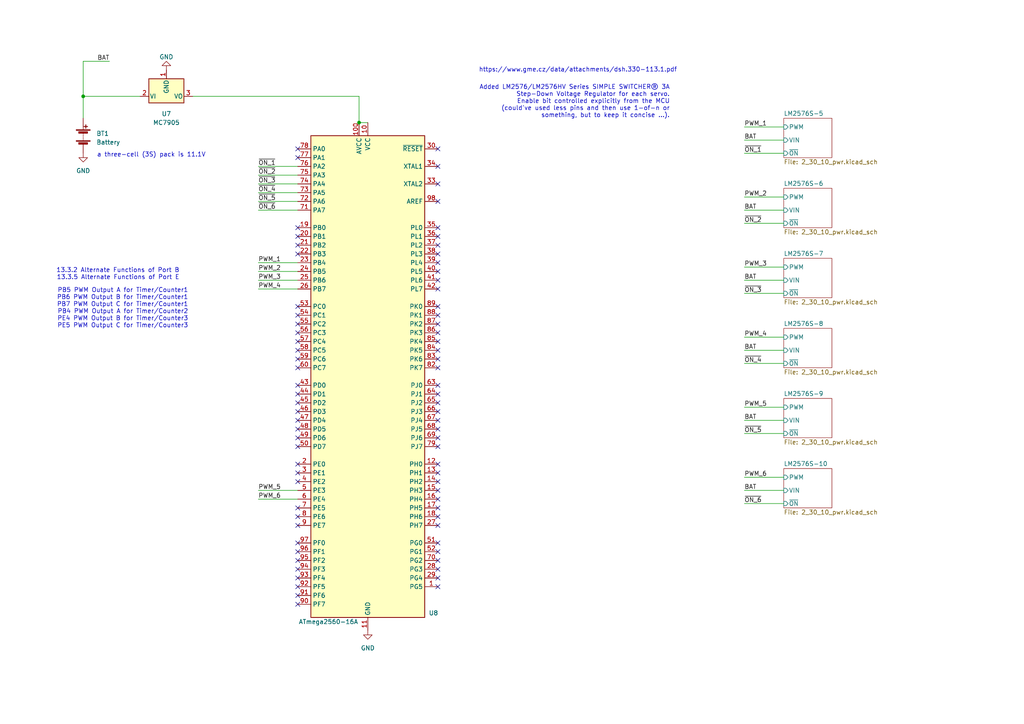
<source format=kicad_sch>
(kicad_sch (version 20210126) (generator eeschema)
  (paper "A4")
  (title_block (title "High Power Consumption 10"))
  (lib_symbols
    (symbol "Device:Battery" (pin_numbers hide) (pin_names (offset 0) hide)
      (property "Reference" "BT" (at 2.54 2.54 0))
      (property "Value" "Battery" (at 2.54 0 0))
      (symbol "Battery_0_1"
        (rectangle (start -2.032 -1.397) (end 2.032 -1.651) (fill (type outline)))
        (rectangle (start -2.032 1.778) (end 2.032 1.524) (fill (type outline)))
        (rectangle (start -1.3208 -1.9812) (end 1.27 -2.4892) (fill (type outline)))
        (rectangle (start -1.3208 1.1938) (end 1.27 0.6858) (fill (type outline)))
        (polyline (pts (xy 0 -1.524) (xy 0 -1.27)))
        (polyline (pts (xy 0 -1.016) (xy 0 -0.762)))
        (polyline (pts (xy 0 -0.508) (xy 0 -0.254)))
        (polyline (pts (xy 0 0) (xy 0 0.254)))
        (polyline (pts (xy 0 0.508) (xy 0 0.762)))
        (polyline (pts (xy 0 1.778) (xy 0 2.54)))
        (polyline (pts (xy 0.254 2.667) (xy 1.27 2.667)) (stroke (width 0.254)))
        (polyline (pts (xy 0.762 3.175) (xy 0.762 2.159)) (stroke (width 0.254)))
      )
      (symbol "Battery_1_1"
        (pin passive line (at 0 5.08 270) (length 2.54) (name "+") (number "1"))
        (pin passive line (at 0 -5.08 90) (length 2.54) (name "-") (number "2"))
      )
    )
    (symbol "MCU_Microchip_ATmega:ATmega2560-16A"
      (property "Reference" "U" (at 0 1.27 0))
      (property "Value" "ATmega2560-16A" (at 0 -1.27 0))
      (symbol "ATmega2560-16A_0_1"
        (rectangle (start -16.51 -69.85) (end 16.51 69.85) (stroke (width 0.254)) (fill (type background)))
      )
      (symbol "ATmega2560-16A_1_1"
        (pin bidirectional line (at -20.32 -60.96 0) (length 3.81) (name "PG5") (number "1"))
        (pin power_in line (at 0 73.66 270) (length 3.81) (name "VCC") (number "10"))
        (pin power_in line (at 2.54 73.66 270) (length 3.81) (name "AVCC") (number "100"))
        (pin power_in line (at 0 -73.66 90) (length 3.81) (name "GND") (number "11"))
        (pin bidirectional line (at -20.32 -25.4 0) (length 3.81) (name "PH0") (number "12"))
        (pin bidirectional line (at -20.32 -27.94 0) (length 3.81) (name "PH1") (number "13"))
        (pin bidirectional line (at -20.32 -30.48 0) (length 3.81) (name "PH2") (number "14"))
        (pin bidirectional line (at -20.32 -33.02 0) (length 3.81) (name "PH3") (number "15"))
        (pin bidirectional line (at -20.32 -35.56 0) (length 3.81) (name "PH4") (number "16"))
        (pin bidirectional line (at -20.32 -38.1 0) (length 3.81) (name "PH5") (number "17"))
        (pin bidirectional line (at -20.32 -40.64 0) (length 3.81) (name "PH6") (number "18"))
        (pin bidirectional line (at 20.32 43.18 180) (length 3.81) (name "PB0") (number "19"))
        (pin bidirectional line (at 20.32 -25.4 180) (length 3.81) (name "PE0") (number "2"))
        (pin bidirectional line (at 20.32 40.64 180) (length 3.81) (name "PB1") (number "20"))
        (pin bidirectional line (at 20.32 38.1 180) (length 3.81) (name "PB2") (number "21"))
        (pin bidirectional line (at 20.32 35.56 180) (length 3.81) (name "PB3") (number "22"))
        (pin bidirectional line (at 20.32 33.02 180) (length 3.81) (name "PB4") (number "23"))
        (pin bidirectional line (at 20.32 30.48 180) (length 3.81) (name "PB5") (number "24"))
        (pin bidirectional line (at 20.32 27.94 180) (length 3.81) (name "PB6") (number "25"))
        (pin bidirectional line (at 20.32 25.4 180) (length 3.81) (name "PB7") (number "26"))
        (pin bidirectional line (at -20.32 -43.18 0) (length 3.81) (name "PH7") (number "27"))
        (pin bidirectional line (at -20.32 -55.88 0) (length 3.81) (name "PG3") (number "28"))
        (pin bidirectional line (at -20.32 -58.42 0) (length 3.81) (name "PG4") (number "29"))
        (pin bidirectional line (at 20.32 -27.94 180) (length 3.81) (name "PE1") (number "3"))
        (pin input line (at -20.32 66.04 0) (length 3.81) (name "~RESET") (number "30"))
        (pin passive line (at 0 73.66 270) (length 3.81) hide (name "VCC") (number "31"))
        (pin passive line (at 0 -73.66 90) (length 3.81) hide (name "GND") (number "32"))
        (pin output line (at -20.32 55.88 0) (length 3.81) (name "XTAL2") (number "33"))
        (pin input line (at -20.32 60.96 0) (length 3.81) (name "XTAL1") (number "34"))
        (pin bidirectional line (at -20.32 43.18 0) (length 3.81) (name "PL0") (number "35"))
        (pin bidirectional line (at -20.32 40.64 0) (length 3.81) (name "PL1") (number "36"))
        (pin bidirectional line (at -20.32 38.1 0) (length 3.81) (name "PL2") (number "37"))
        (pin bidirectional line (at -20.32 35.56 0) (length 3.81) (name "PL3") (number "38"))
        (pin bidirectional line (at -20.32 33.02 0) (length 3.81) (name "PL4") (number "39"))
        (pin bidirectional line (at 20.32 -30.48 180) (length 3.81) (name "PE2") (number "4"))
        (pin bidirectional line (at -20.32 30.48 0) (length 3.81) (name "PL5") (number "40"))
        (pin bidirectional line (at -20.32 27.94 0) (length 3.81) (name "PL6") (number "41"))
        (pin bidirectional line (at -20.32 25.4 0) (length 3.81) (name "PL7") (number "42"))
        (pin bidirectional line (at 20.32 -2.54 180) (length 3.81) (name "PD0") (number "43"))
        (pin bidirectional line (at 20.32 -5.08 180) (length 3.81) (name "PD1") (number "44"))
        (pin bidirectional line (at 20.32 -7.62 180) (length 3.81) (name "PD2") (number "45"))
        (pin bidirectional line (at 20.32 -10.16 180) (length 3.81) (name "PD3") (number "46"))
        (pin bidirectional line (at 20.32 -12.7 180) (length 3.81) (name "PD4") (number "47"))
        (pin bidirectional line (at 20.32 -15.24 180) (length 3.81) (name "PD5") (number "48"))
        (pin bidirectional line (at 20.32 -17.78 180) (length 3.81) (name "PD6") (number "49"))
        (pin bidirectional line (at 20.32 -33.02 180) (length 3.81) (name "PE3") (number "5"))
        (pin bidirectional line (at 20.32 -20.32 180) (length 3.81) (name "PD7") (number "50"))
        (pin bidirectional line (at -20.32 -48.26 0) (length 3.81) (name "PG0") (number "51"))
        (pin bidirectional line (at -20.32 -50.8 0) (length 3.81) (name "PG1") (number "52"))
        (pin bidirectional line (at 20.32 20.32 180) (length 3.81) (name "PC0") (number "53"))
        (pin bidirectional line (at 20.32 17.78 180) (length 3.81) (name "PC1") (number "54"))
        (pin bidirectional line (at 20.32 15.24 180) (length 3.81) (name "PC2") (number "55"))
        (pin bidirectional line (at 20.32 12.7 180) (length 3.81) (name "PC3") (number "56"))
        (pin bidirectional line (at 20.32 10.16 180) (length 3.81) (name "PC4") (number "57"))
        (pin bidirectional line (at 20.32 7.62 180) (length 3.81) (name "PC5") (number "58"))
        (pin bidirectional line (at 20.32 5.08 180) (length 3.81) (name "PC6") (number "59"))
        (pin bidirectional line (at 20.32 -35.56 180) (length 3.81) (name "PE4") (number "6"))
        (pin bidirectional line (at 20.32 2.54 180) (length 3.81) (name "PC7") (number "60"))
        (pin passive line (at 0 73.66 270) (length 3.81) hide (name "VCC") (number "61"))
        (pin passive line (at 0 -73.66 90) (length 3.81) hide (name "GND") (number "62"))
        (pin bidirectional line (at -20.32 -2.54 0) (length 3.81) (name "PJ0") (number "63"))
        (pin bidirectional line (at -20.32 -5.08 0) (length 3.81) (name "PJ1") (number "64"))
        (pin bidirectional line (at -20.32 -7.62 0) (length 3.81) (name "PJ2") (number "65"))
        (pin bidirectional line (at -20.32 -10.16 0) (length 3.81) (name "PJ3") (number "66"))
        (pin bidirectional line (at -20.32 -12.7 0) (length 3.81) (name "PJ4") (number "67"))
        (pin bidirectional line (at -20.32 -15.24 0) (length 3.81) (name "PJ5") (number "68"))
        (pin bidirectional line (at -20.32 -17.78 0) (length 3.81) (name "PJ6") (number "69"))
        (pin bidirectional line (at 20.32 -38.1 180) (length 3.81) (name "PE5") (number "7"))
        (pin bidirectional line (at -20.32 -53.34 0) (length 3.81) (name "PG2") (number "70"))
        (pin bidirectional line (at 20.32 48.26 180) (length 3.81) (name "PA7") (number "71"))
        (pin bidirectional line (at 20.32 50.8 180) (length 3.81) (name "PA6") (number "72"))
        (pin bidirectional line (at 20.32 53.34 180) (length 3.81) (name "PA5") (number "73"))
        (pin bidirectional line (at 20.32 55.88 180) (length 3.81) (name "PA4") (number "74"))
        (pin bidirectional line (at 20.32 58.42 180) (length 3.81) (name "PA3") (number "75"))
        (pin bidirectional line (at 20.32 60.96 180) (length 3.81) (name "PA2") (number "76"))
        (pin bidirectional line (at 20.32 63.5 180) (length 3.81) (name "PA1") (number "77"))
        (pin bidirectional line (at 20.32 66.04 180) (length 3.81) (name "PA0") (number "78"))
        (pin bidirectional line (at -20.32 -20.32 0) (length 3.81) (name "PJ7") (number "79"))
        (pin bidirectional line (at 20.32 -40.64 180) (length 3.81) (name "PE6") (number "8"))
        (pin passive line (at 0 73.66 270) (length 3.81) hide (name "VCC") (number "80"))
        (pin passive line (at 0 -73.66 90) (length 3.81) hide (name "GND") (number "81"))
        (pin bidirectional line (at -20.32 2.54 0) (length 3.81) (name "PK7") (number "82"))
        (pin bidirectional line (at -20.32 5.08 0) (length 3.81) (name "PK6") (number "83"))
        (pin bidirectional line (at -20.32 7.62 0) (length 3.81) (name "PK5") (number "84"))
        (pin bidirectional line (at -20.32 10.16 0) (length 3.81) (name "PK4") (number "85"))
        (pin bidirectional line (at -20.32 12.7 0) (length 3.81) (name "PK3") (number "86"))
        (pin bidirectional line (at -20.32 15.24 0) (length 3.81) (name "PK2") (number "87"))
        (pin bidirectional line (at -20.32 17.78 0) (length 3.81) (name "PK1") (number "88"))
        (pin bidirectional line (at -20.32 20.32 0) (length 3.81) (name "PK0") (number "89"))
        (pin bidirectional line (at 20.32 -43.18 180) (length 3.81) (name "PE7") (number "9"))
        (pin bidirectional line (at 20.32 -66.04 180) (length 3.81) (name "PF7") (number "90"))
        (pin bidirectional line (at 20.32 -63.5 180) (length 3.81) (name "PF6") (number "91"))
        (pin bidirectional line (at 20.32 -60.96 180) (length 3.81) (name "PF5") (number "92"))
        (pin bidirectional line (at 20.32 -58.42 180) (length 3.81) (name "PF4") (number "93"))
        (pin bidirectional line (at 20.32 -55.88 180) (length 3.81) (name "PF3") (number "94"))
        (pin bidirectional line (at 20.32 -53.34 180) (length 3.81) (name "PF2") (number "95"))
        (pin bidirectional line (at 20.32 -50.8 180) (length 3.81) (name "PF1") (number "96"))
        (pin bidirectional line (at 20.32 -48.26 180) (length 3.81) (name "PF0") (number "97"))
        (pin passive line (at -20.32 50.8 0) (length 3.81) (name "AREF") (number "98"))
        (pin passive line (at 0 -73.66 90) (length 3.81) hide (name "GND") (number "99"))
      )
    )
    (symbol "Regulator_Linear:MC7905" (pin_names (offset 0.254))
      (property "Reference" "U" (at -3.81 -3.175 0))
      (property "Value" "MC7905" (at 0 -3.175 0))
      (symbol "MC7905_0_1"
        (rectangle (start -5.08 5.08) (end 5.08 -1.905) (stroke (width 0.254)) (fill (type background)))
      )
      (symbol "MC7905_1_1"
        (pin power_in line (at 0 7.62 270) (length 2.54) (name "GND") (number "1"))
        (pin power_in line (at -7.62 0 0) (length 2.54) (name "VI") (number "2"))
        (pin power_out line (at 7.62 0 180) (length 2.54) (name "VO") (number "3"))
      )
    )
    (symbol "power:GND" (power) (pin_names (offset 0))
      (property "Value" "GND" (at 0 -3.81 0))
      (symbol "GND_0_1"
        (polyline (pts (xy 0 0) (xy 0 -1.27) (xy 1.27 -1.27) (xy 0 -2.54) (xy -1.27 -1.27) (xy 0 -1.27)))
      )
      (symbol "GND_1_1"
        (pin power_in line (at 0 0 270) (length 0) hide (name "GND") (number "1"))
      )
    )
  )
  (junction (at 24.13 27.94) (diameter 0.9144))
  (junction (at 104.14 35.56) (diameter 0.9144))
  (no_connect (at 86.36 43.18))
  (no_connect (at 86.36 45.72))
  (no_connect (at 86.36 66.04))
  (no_connect (at 86.36 68.58))
  (no_connect (at 86.36 71.12))
  (no_connect (at 86.36 73.66))
  (no_connect (at 86.36 88.9))
  (no_connect (at 86.36 91.44))
  (no_connect (at 86.36 93.98))
  (no_connect (at 86.36 96.52))
  (no_connect (at 86.36 99.06))
  (no_connect (at 86.36 101.6))
  (no_connect (at 86.36 104.14))
  (no_connect (at 86.36 106.68))
  (no_connect (at 86.36 111.76))
  (no_connect (at 86.36 114.3))
  (no_connect (at 86.36 116.84))
  (no_connect (at 86.36 119.38))
  (no_connect (at 86.36 121.92))
  (no_connect (at 86.36 124.46))
  (no_connect (at 86.36 127))
  (no_connect (at 86.36 129.54))
  (no_connect (at 86.36 134.62))
  (no_connect (at 86.36 137.16))
  (no_connect (at 86.36 139.7))
  (no_connect (at 86.36 147.32))
  (no_connect (at 86.36 149.86))
  (no_connect (at 86.36 152.4))
  (no_connect (at 86.36 157.48))
  (no_connect (at 86.36 160.02))
  (no_connect (at 86.36 162.56))
  (no_connect (at 86.36 165.1))
  (no_connect (at 86.36 167.64))
  (no_connect (at 86.36 170.18))
  (no_connect (at 86.36 172.72))
  (no_connect (at 86.36 175.26))
  (no_connect (at 127 43.18))
  (no_connect (at 127 48.26))
  (no_connect (at 127 53.34))
  (no_connect (at 127 58.42))
  (no_connect (at 127 66.04))
  (no_connect (at 127 68.58))
  (no_connect (at 127 71.12))
  (no_connect (at 127 73.66))
  (no_connect (at 127 76.2))
  (no_connect (at 127 78.74))
  (no_connect (at 127 81.28))
  (no_connect (at 127 83.82))
  (no_connect (at 127 88.9))
  (no_connect (at 127 91.44))
  (no_connect (at 127 93.98))
  (no_connect (at 127 96.52))
  (no_connect (at 127 99.06))
  (no_connect (at 127 101.6))
  (no_connect (at 127 104.14))
  (no_connect (at 127 106.68))
  (no_connect (at 127 111.76))
  (no_connect (at 127 114.3))
  (no_connect (at 127 116.84))
  (no_connect (at 127 119.38))
  (no_connect (at 127 121.92))
  (no_connect (at 127 124.46))
  (no_connect (at 127 127))
  (no_connect (at 127 129.54))
  (no_connect (at 127 134.62))
  (no_connect (at 127 137.16))
  (no_connect (at 127 139.7))
  (no_connect (at 127 142.24))
  (no_connect (at 127 144.78))
  (no_connect (at 127 147.32))
  (no_connect (at 127 149.86))
  (no_connect (at 127 152.4))
  (no_connect (at 127 157.48))
  (no_connect (at 127 160.02))
  (no_connect (at 127 162.56))
  (no_connect (at 127 165.1))
  (no_connect (at 127 167.64))
  (no_connect (at 127 170.18))
  (wire (pts (xy 24.13 17.78) (xy 31.75 17.78)))
  (wire (pts (xy 24.13 27.94) (xy 24.13 17.78)))
  (wire (pts (xy 24.13 27.94) (xy 40.64 27.94)))
  (wire (pts (xy 24.13 34.29) (xy 24.13 27.94)))
  (wire (pts (xy 55.88 27.94) (xy 104.14 27.94)))
  (wire (pts (xy 74.93 48.26) (xy 86.36 48.26)))
  (wire (pts (xy 74.93 50.8) (xy 86.36 50.8)))
  (wire (pts (xy 74.93 53.34) (xy 86.36 53.34)))
  (wire (pts (xy 74.93 55.88) (xy 86.36 55.88)))
  (wire (pts (xy 74.93 58.42) (xy 86.36 58.42)))
  (wire (pts (xy 74.93 60.96) (xy 86.36 60.96)))
  (wire (pts (xy 74.93 76.2) (xy 86.36 76.2)))
  (wire (pts (xy 74.93 78.74) (xy 86.36 78.74)))
  (wire (pts (xy 74.93 81.28) (xy 86.36 81.28)))
  (wire (pts (xy 74.93 83.82) (xy 86.36 83.82)))
  (wire (pts (xy 74.93 142.24) (xy 86.36 142.24)))
  (wire (pts (xy 74.93 144.78) (xy 86.36 144.78)))
  (wire (pts (xy 104.14 27.94) (xy 104.14 35.56)))
  (wire (pts (xy 104.14 35.56) (xy 106.68 35.56)))
  (wire (pts (xy 215.9 36.83) (xy 227.33 36.83)))
  (wire (pts (xy 215.9 44.45) (xy 227.33 44.45)))
  (wire (pts (xy 215.9 57.15) (xy 227.33 57.15)))
  (wire (pts (xy 215.9 64.77) (xy 227.33 64.77)))
  (wire (pts (xy 215.9 77.47) (xy 227.33 77.47)))
  (wire (pts (xy 215.9 85.09) (xy 227.33 85.09)))
  (wire (pts (xy 215.9 97.79) (xy 227.33 97.79)))
  (wire (pts (xy 215.9 105.41) (xy 227.33 105.41)))
  (wire (pts (xy 215.9 118.11) (xy 227.33 118.11)))
  (wire (pts (xy 215.9 125.73) (xy 227.33 125.73)))
  (wire (pts (xy 215.9 138.43) (xy 227.33 138.43)))
  (wire (pts (xy 215.9 146.05) (xy 227.33 146.05)))
  (wire (pts (xy 227.33 40.64) (xy 215.9 40.64)))
  (wire (pts (xy 227.33 60.96) (xy 215.9 60.96)))
  (wire (pts (xy 227.33 81.28) (xy 215.9 81.28)))
  (wire (pts (xy 227.33 101.6) (xy 215.9 101.6)))
  (wire (pts (xy 227.33 121.92) (xy 215.9 121.92)))
  (wire (pts (xy 227.33 142.24) (xy 215.9 142.24)))
  (text "13.3.2 Alternate Functions of Port B\n13.3.5 Alternate Functions of Port E" (at 52.07 81.28 0) (effects (font (size 1.27 1.27)) (justify right bottom)))
  (text "PB5 PWM Output A for Timer/Counter1\nPB6 PWM Output B for Timer/Counter1\nPB7 PWM Output C for Timer/Counter1\nPB4 PWM Output A for Timer/Counter2\nPE4 PWM Output B for Timer/Counter3\nPE5 PWM Output C for Timer/Counter3\n" (at 54.61 95.25 0) (effects (font (size 1.27 1.27)) (justify right bottom)))
  (text "a three-cell (3S) pack is 11.1V" (at 59.69 45.72 180) (effects (font (size 1.27 1.27)) (justify right bottom)))
  (text "https://www.gme.cz/data/attachments/dsh.330-113.1.pdf" (at 167.64 20.32 0) (effects (font (size 1.27 1.27))))
  (text "Added LM2576/LM2576HV Series SIMPLE SWITCHER® 3A\nStep-Down Voltage Regulator for each servo.\nEnable bit controlled explicitly from the MCU\n(could've used less pins and then use 1-of-n or\nsomething, but to keep it concise ...)." (at 194.31 34.29 0) (effects (font (size 1.27 1.27)) (justify right bottom)))
  (label "BAT" (at 31.75 17.78 180))
  (label "~ON_1" (at 74.93 48.26 0))
  (label "~ON_2" (at 74.93 50.8 0))
  (label "~ON_3" (at 74.93 53.34 0))
  (label "~ON_4" (at 74.93 55.88 0))
  (label "~ON_5" (at 74.93 58.42 0))
  (label "~ON_6" (at 74.93 60.96 0))
  (label "PWM_1" (at 74.93 76.2 0))
  (label "PWM_2" (at 74.93 78.74 0))
  (label "PWM_3" (at 74.93 81.28 0))
  (label "PWM_4" (at 74.93 83.82 0))
  (label "PWM_5" (at 74.93 142.24 0))
  (label "PWM_6" (at 74.93 144.78 0))
  (label "PWM_1" (at 215.9 36.83 0))
  (label "BAT" (at 215.9 40.64 0))
  (label "~ON_1" (at 215.9 44.45 0))
  (label "PWM_2" (at 215.9 57.15 0))
  (label "BAT" (at 215.9 60.96 0))
  (label "~ON_2" (at 215.9 64.77 0))
  (label "PWM_3" (at 215.9 77.47 0))
  (label "BAT" (at 215.9 81.28 0))
  (label "~ON_3" (at 215.9 85.09 0))
  (label "PWM_4" (at 215.9 97.79 0))
  (label "BAT" (at 215.9 101.6 0))
  (label "~ON_4" (at 215.9 105.41 0))
  (label "PWM_5" (at 215.9 118.11 0))
  (label "BAT" (at 215.9 121.92 0))
  (label "~ON_5" (at 215.9 125.73 0))
  (label "PWM_6" (at 215.9 138.43 0))
  (label "BAT" (at 215.9 142.24 0))
  (label "~ON_6" (at 215.9 146.05 0))
  (symbol (lib_id "power:GND") (at 24.13 44.45 0) (unit 1)
    (property "Reference" "#PWR08" (effects hide))
    (property "Value" "GND" (at 24.13 49.53 0))
  )
  (symbol (lib_id "power:GND") (at 48.26 20.32 0) (mirror x) (unit 1)
    (property "Reference" "#PWR09" (effects hide))
    (property "Value" "GND" (at 48.26 16.51 0))
  )
  (symbol (lib_id "power:GND") (at 106.68 182.88 0) (unit 1)
    (property "Reference" "#PWR010" (effects hide))
    (property "Value" "GND" (at 106.68 187.96 0))
  )
  (symbol (lib_id "Device:Battery") (at 24.13 39.37 0) (unit 1)
    (property "Reference" "BT1" (at 27.94 38.7349 0) (effects (justify left)))
    (property "Value" "Battery" (at 27.94 41.2749 0) (effects (justify left)))
  )
  (symbol (lib_id "Regulator_Linear:MC7905") (at 48.26 27.94 0) (unit 1)
    (property "Reference" "U7" (at 48.26 33.02 0))
    (property "Value" "MC7905" (at 48.26 35.56 0))
    (property "Datasheet" "http://www.onsemi.com/pub/Collateral/MC7900-D.PDF" (effects hide))
  )
  (symbol (lib_id "MCU_Microchip_ATmega:ATmega2560-16A") (at 106.68 109.22 0) (mirror y) (unit 1)
    (property "Reference" "U8" (at 125.73 177.8 0))
    (property "Value" "ATmega2560-16A" (at 95.25 180.34 0))
    (property "Footprint" "Package_QFP:TQFP-100_14x14mm_P0.5mm" (effects hide))
    (property "Datasheet" "http://ww1.microchip.com/downloads/en/DeviceDoc/Atmel-2549-8-bit-AVR-Microcontroller-ATmega640-1280-1281-2560-2561_datasheet.pdf" (effects hide))
  )
  (sheet (at 227.33 135.89) (size 13.97 11.43) (stroke (width 0.0006))
    (property "Sheet name" "LM2576S-10" (at 227.33 135.2543 0) (effects (justify left bottom)))
    (property "Sheet file" "2_30_10_pwr.kicad_sch" (at 227.33 147.8287 0) (effects (justify left top)))
    (pin "PWM" input (at 227.33 138.43 180))
    (pin "VIN" input (at 227.33 142.24 180))
    (pin "~ON" input (at 227.33 146.05 180))
  )
  (sheet (at 227.33 34.29) (size 13.97 11.43) (stroke (width 0.0006))
    (property "Sheet name" "LM2576S-5" (at 227.33 33.6543 0) (effects (justify left bottom)))
    (property "Sheet file" "2_30_10_pwr.kicad_sch" (at 227.33 46.2287 0) (effects (justify left top)))
    (pin "PWM" input (at 227.33 36.83 180))
    (pin "VIN" input (at 227.33 40.64 180))
    (pin "~ON" input (at 227.33 44.45 180))
  )
  (sheet (at 227.33 54.61) (size 13.97 11.43) (stroke (width 0.0006))
    (property "Sheet name" "LM2576S-6" (at 227.33 53.9743 0) (effects (justify left bottom)))
    (property "Sheet file" "2_30_10_pwr.kicad_sch" (at 227.33 66.5487 0) (effects (justify left top)))
    (pin "PWM" input (at 227.33 57.15 180))
    (pin "VIN" input (at 227.33 60.96 180))
    (pin "~ON" input (at 227.33 64.77 180))
  )
  (sheet (at 227.33 74.93) (size 13.97 11.43) (stroke (width 0.0006))
    (property "Sheet name" "LM2576S-7" (at 227.33 74.2943 0) (effects (justify left bottom)))
    (property "Sheet file" "2_30_10_pwr.kicad_sch" (at 227.33 86.8687 0) (effects (justify left top)))
    (pin "PWM" input (at 227.33 77.47 180))
    (pin "VIN" input (at 227.33 81.28 180))
    (pin "~ON" input (at 227.33 85.09 180))
  )
  (sheet (at 227.33 95.25) (size 13.97 11.43) (stroke (width 0.0006))
    (property "Sheet name" "LM2576S-8" (at 227.33 94.6143 0) (effects (justify left bottom)))
    (property "Sheet file" "2_30_10_pwr.kicad_sch" (at 227.33 107.1887 0) (effects (justify left top)))
    (pin "PWM" input (at 227.33 97.79 180))
    (pin "VIN" input (at 227.33 101.6 180))
    (pin "~ON" input (at 227.33 105.41 180))
  )
  (sheet (at 227.33 115.57) (size 13.97 11.43) (stroke (width 0.0006))
    (property "Sheet name" "LM2576S-9" (at 227.33 114.9343 0) (effects (justify left bottom)))
    (property "Sheet file" "2_30_10_pwr.kicad_sch" (at 227.33 127.5087 0) (effects (justify left top)))
    (pin "PWM" input (at 227.33 118.11 180))
    (pin "VIN" input (at 227.33 121.92 180))
    (pin "~ON" input (at 227.33 125.73 180))
  )
)
</source>
